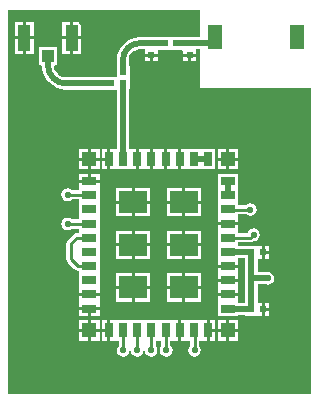
<source format=gtl>
%FSLAX25Y25*%
%MOIN*%
G70*
G01*
G75*
G04 Layer_Physical_Order=1*
G04 Layer_Color=255*
%ADD10C,0.01969*%
%ADD11R,0.04134X0.08661*%
%ADD12R,0.03937X0.04134*%
%ADD13R,0.05118X0.08071*%
%ADD14R,0.04724X0.02756*%
%ADD15R,0.04724X0.04724*%
%ADD16R,0.02756X0.04724*%
%ADD17R,0.09449X0.07480*%
%ADD18R,0.02362X0.01969*%
%ADD19R,0.01969X0.02362*%
%ADD20C,0.01000*%
%ADD21C,0.02200*%
G36*
X337697Y375645D02*
X332004D01*
Y375803D01*
X324098D01*
Y375645D01*
X321555D01*
X321555Y375645D01*
X317618D01*
X317588Y375639D01*
X316167Y375499D01*
X314772Y375076D01*
X313486Y374389D01*
X312358Y373464D01*
X311434Y372336D01*
X310746Y371050D01*
X310323Y369655D01*
X310183Y368234D01*
X310177Y368204D01*
Y366158D01*
X310024D01*
Y362417D01*
X306284D01*
Y362259D01*
X293169D01*
X293169Y362259D01*
D01*
Y362259D01*
D01*
D01*
Y362259D01*
D01*
D01*
X293169D01*
X293169D01*
X293169D01*
D01*
D01*
Y362259D01*
X293169Y362259D01*
X293169D01*
Y362259D01*
D01*
X293100Y362246D01*
X292143Y362372D01*
X291187Y362768D01*
X290366Y363398D01*
X289736Y364219D01*
X289340Y365175D01*
X289239Y365947D01*
X289568Y366323D01*
X290173D01*
Y372457D01*
X284236D01*
Y366323D01*
X284571D01*
X285182Y366201D01*
X285182Y366201D01*
X285182Y366201D01*
X285182Y366197D01*
X285335Y364643D01*
X285790Y363144D01*
X286528Y361763D01*
X287521Y360553D01*
X288732Y359560D01*
X290113Y358822D01*
X291611Y358367D01*
X293165Y358214D01*
X293169Y358213D01*
X306284D01*
Y358055D01*
X310197D01*
Y338362D01*
X307996D01*
Y335000D01*
Y331638D01*
X316445D01*
Y335000D01*
Y338362D01*
X314244D01*
Y358252D01*
X314386D01*
Y362189D01*
Y366158D01*
X314223D01*
Y368204D01*
X314212Y368259D01*
X314321Y369087D01*
X314662Y369911D01*
X315205Y370617D01*
X315912Y371160D01*
X316735Y371501D01*
X317564Y371610D01*
X317618Y371599D01*
X319374D01*
Y370185D01*
X323736D01*
Y371441D01*
X324098D01*
Y371441D01*
X332004D01*
D01*
X332004D01*
X332268Y371177D01*
Y370185D01*
X336630D01*
Y371599D01*
X337697D01*
Y358563D01*
X374902D01*
Y256594D01*
X273721D01*
Y384842D01*
X337697D01*
Y375645D01*
D02*
G37*
%LPC*%
G36*
X331996Y297024D02*
X326772D01*
Y292783D01*
X331996D01*
Y297024D01*
D02*
G37*
G36*
X321291D02*
X316067D01*
Y292783D01*
X321291D01*
Y297024D01*
D02*
G37*
G36*
X350425Y313043D02*
X343701D01*
Y311165D01*
Y306441D01*
Y301717D01*
Y299870D01*
X350425D01*
Y301717D01*
Y301977D01*
X352996D01*
Y287052D01*
X350780Y287041D01*
X350425Y287394D01*
Y287543D01*
Y289421D01*
X343701D01*
Y287543D01*
Y282819D01*
X350425D01*
Y282993D01*
X352789Y283005D01*
X353035Y282760D01*
Y282760D01*
X358457D01*
Y284941D01*
Y287122D01*
X357043D01*
Y293252D01*
X359840D01*
X360433Y293134D01*
X361252Y293297D01*
X361947Y293762D01*
X362411Y294456D01*
X362574Y295276D01*
X362411Y296095D01*
X361947Y296790D01*
X361252Y297254D01*
X360433Y297417D01*
X359840Y297299D01*
X357043D01*
Y301756D01*
X358457D01*
Y303937D01*
Y306118D01*
X353035D01*
Y306023D01*
X350425D01*
Y306441D01*
Y307290D01*
X354685D01*
X355270Y307406D01*
X355714Y307702D01*
X356528Y307864D01*
X357223Y308329D01*
X357687Y309023D01*
X357850Y309842D01*
X357687Y310662D01*
X357223Y311356D01*
X356528Y311821D01*
X355709Y311984D01*
X354889Y311821D01*
X354195Y311356D01*
X353731Y310662D01*
X353668Y310348D01*
X350425D01*
Y311165D01*
Y313043D01*
D02*
G37*
G36*
X338220Y297024D02*
X332996D01*
Y292783D01*
X338220D01*
Y297024D01*
D02*
G37*
G36*
X315067D02*
X309843D01*
Y292783D01*
X315067D01*
Y297024D01*
D02*
G37*
G36*
X338220Y291783D02*
X332996D01*
Y287543D01*
X338220D01*
Y291783D01*
D02*
G37*
G36*
X331996D02*
X326772D01*
Y287543D01*
X331996D01*
Y291783D01*
D02*
G37*
G36*
X321291D02*
X316067D01*
Y287543D01*
X321291D01*
Y291783D01*
D02*
G37*
G36*
X350425Y294146D02*
X343701D01*
Y292268D01*
Y290421D01*
X350425D01*
Y292268D01*
Y294146D01*
D02*
G37*
G36*
Y298870D02*
X343701D01*
Y296992D01*
Y295146D01*
X350425D01*
Y296992D01*
Y298870D01*
D02*
G37*
G36*
X315067Y311197D02*
X309843D01*
Y306957D01*
X315067D01*
Y311197D01*
D02*
G37*
G36*
X360941Y306118D02*
X359457D01*
Y304437D01*
X360941D01*
Y306118D01*
D02*
G37*
G36*
X331996Y311197D02*
X326772D01*
Y306957D01*
X331996D01*
Y311197D01*
D02*
G37*
G36*
X321291D02*
X316067D01*
Y306957D01*
X321291D01*
Y311197D01*
D02*
G37*
G36*
X360941Y303437D02*
X359457D01*
Y301756D01*
X360941D01*
Y303437D01*
D02*
G37*
G36*
X321291Y305957D02*
X316067D01*
Y301716D01*
X321291D01*
Y305957D01*
D02*
G37*
G36*
X315067D02*
X309843D01*
Y301716D01*
X315067D01*
Y305957D01*
D02*
G37*
G36*
X338220D02*
X332996D01*
Y301716D01*
X338220D01*
Y305957D01*
D02*
G37*
G36*
X331996D02*
X326772D01*
Y301716D01*
X331996D01*
Y305957D01*
D02*
G37*
G36*
X315067Y291783D02*
X309843D01*
Y287543D01*
X315067D01*
Y291783D01*
D02*
G37*
G36*
X346563Y277413D02*
X343701D01*
Y274551D01*
X346563D01*
Y277413D01*
D02*
G37*
G36*
X342945D02*
X341067D01*
Y274551D01*
X342945D01*
Y277413D01*
D02*
G37*
G36*
X300500Y281276D02*
X297638D01*
Y278413D01*
X300500D01*
Y281276D01*
D02*
G37*
G36*
X350425Y277413D02*
X347563D01*
Y274551D01*
X350425D01*
Y277413D01*
D02*
G37*
G36*
X306996D02*
X305118D01*
Y274551D01*
X306996D01*
Y277413D01*
D02*
G37*
G36*
X340067Y281276D02*
X331618D01*
Y277913D01*
Y274551D01*
X334494D01*
Y272849D01*
X334046Y272178D01*
X333882Y271358D01*
X334046Y270539D01*
X334510Y269844D01*
X335204Y269380D01*
X336024Y269217D01*
X336843Y269380D01*
X337538Y269844D01*
X338002Y270539D01*
X338165Y271358D01*
X338002Y272178D01*
X337553Y272849D01*
Y274551D01*
X340067D01*
Y277913D01*
Y281276D01*
D02*
G37*
G36*
X330618D02*
X307996D01*
Y277913D01*
Y274551D01*
X310691D01*
Y272849D01*
X310242Y272178D01*
X310079Y271358D01*
X310242Y270539D01*
X310706Y269844D01*
X311401Y269380D01*
X312220Y269217D01*
X313040Y269380D01*
X313734Y269844D01*
X314199Y270539D01*
X314333Y271213D01*
X314833D01*
X314967Y270539D01*
X315431Y269844D01*
X316125Y269380D01*
X316945Y269217D01*
X317764Y269380D01*
X318459Y269844D01*
X318923Y270539D01*
X318993Y270890D01*
X319493D01*
X319563Y270539D01*
X320027Y269844D01*
X320722Y269380D01*
X321541Y269217D01*
X322360Y269380D01*
X323055Y269844D01*
X323519Y270539D01*
X323682Y271358D01*
X323519Y272178D01*
X323070Y272849D01*
Y274551D01*
X324864D01*
Y272578D01*
X324597Y272178D01*
X324434Y271358D01*
X324597Y270539D01*
X325061Y269844D01*
X325755Y269380D01*
X326575Y269217D01*
X327394Y269380D01*
X328089Y269844D01*
X328553Y270539D01*
X328716Y271358D01*
X328553Y272178D01*
X328089Y272872D01*
X327923Y272983D01*
Y274551D01*
X330618D01*
Y277913D01*
Y281276D01*
D02*
G37*
G36*
X304362Y277413D02*
X301500D01*
Y274551D01*
X304362D01*
Y277413D01*
D02*
G37*
G36*
X300500D02*
X297638D01*
Y274551D01*
X300500D01*
Y277413D01*
D02*
G37*
G36*
X304362Y281276D02*
X301500D01*
Y278413D01*
X304362D01*
Y281276D01*
D02*
G37*
G36*
Y284697D02*
X301500D01*
Y282819D01*
X304362D01*
Y284697D01*
D02*
G37*
G36*
X300500D02*
X297638D01*
Y282819D01*
X300500D01*
Y284697D01*
D02*
G37*
G36*
X304362Y289421D02*
X297638D01*
Y287543D01*
Y285697D01*
X304362D01*
Y287543D01*
Y289421D01*
D02*
G37*
G36*
X360941Y287122D02*
X359457D01*
Y285441D01*
X360941D01*
Y287122D01*
D02*
G37*
G36*
Y284441D02*
X359457D01*
Y282760D01*
X360941D01*
Y284441D01*
D02*
G37*
G36*
X342945Y281276D02*
X341067D01*
Y278413D01*
X342945D01*
Y281276D01*
D02*
G37*
G36*
X306996D02*
X305118D01*
Y278413D01*
X306996D01*
Y281276D01*
D02*
G37*
G36*
X350425D02*
X347563D01*
Y278413D01*
X350425D01*
Y281276D01*
D02*
G37*
G36*
X346563D02*
X343701D01*
Y278413D01*
X346563D01*
Y281276D01*
D02*
G37*
G36*
X350425Y338362D02*
X347563D01*
Y335500D01*
X350425D01*
Y338362D01*
D02*
G37*
G36*
X346563D02*
X343701D01*
Y335500D01*
X346563D01*
Y338362D01*
D02*
G37*
G36*
X323736Y369185D02*
X322055D01*
Y367701D01*
X323736D01*
Y369185D01*
D02*
G37*
G36*
X321055D02*
X319374D01*
Y367701D01*
X321055D01*
Y369185D01*
D02*
G37*
G36*
X306996Y338362D02*
X305118D01*
Y335500D01*
X306996D01*
Y338362D01*
D02*
G37*
G36*
X350425Y334500D02*
X347563D01*
Y331638D01*
X350425D01*
Y334500D01*
D02*
G37*
G36*
X346563D02*
X343701D01*
Y331638D01*
X346563D01*
Y334500D01*
D02*
G37*
G36*
X304362Y338362D02*
X301500D01*
Y335500D01*
X304362D01*
Y338362D01*
D02*
G37*
G36*
X300500D02*
X297638D01*
Y335500D01*
X300500D01*
Y338362D01*
D02*
G37*
G36*
X333949Y369185D02*
X332268D01*
Y367701D01*
X333949D01*
Y369185D01*
D02*
G37*
G36*
X282398Y380725D02*
X279831D01*
Y375894D01*
X282398D01*
Y380725D01*
D02*
G37*
G36*
X278831D02*
X276264D01*
Y375894D01*
X278831D01*
Y380725D01*
D02*
G37*
G36*
X298146D02*
X295579D01*
Y375894D01*
X298146D01*
Y380725D01*
D02*
G37*
G36*
X294579D02*
X292012D01*
Y375894D01*
X294579D01*
Y380725D01*
D02*
G37*
G36*
X298146Y374894D02*
X295579D01*
Y370063D01*
X298146D01*
Y374894D01*
D02*
G37*
G36*
X278831D02*
X276264D01*
Y370063D01*
X278831D01*
Y374894D01*
D02*
G37*
G36*
X336630Y369185D02*
X334949D01*
Y367701D01*
X336630D01*
Y369185D01*
D02*
G37*
G36*
X294579Y374894D02*
X292012D01*
Y370063D01*
X294579D01*
Y374894D01*
D02*
G37*
G36*
X282398D02*
X279831D01*
Y370063D01*
X282398D01*
Y374894D01*
D02*
G37*
G36*
X342945Y338362D02*
X331618D01*
Y335000D01*
Y331638D01*
X342945D01*
Y338362D01*
D02*
G37*
G36*
X315067Y325370D02*
X309843D01*
Y321130D01*
X315067D01*
Y325370D01*
D02*
G37*
G36*
X350425Y330095D02*
X343701D01*
Y325339D01*
Y320614D01*
Y315890D01*
Y314043D01*
X350425D01*
Y315890D01*
Y316679D01*
X353135D01*
X353807Y316231D01*
X354626Y316068D01*
X355445Y316231D01*
X356140Y316695D01*
X356604Y317389D01*
X356767Y318209D01*
X356604Y319028D01*
X356140Y319723D01*
X355445Y320187D01*
X354626Y320350D01*
X353807Y320187D01*
X353135Y319738D01*
X350425D01*
Y320614D01*
Y325339D01*
Y330095D01*
D02*
G37*
G36*
X331996Y325370D02*
X326772D01*
Y321130D01*
X331996D01*
Y325370D01*
D02*
G37*
G36*
X321291D02*
X316067D01*
Y321130D01*
X321291D01*
Y325370D01*
D02*
G37*
G36*
X338220Y320130D02*
X332996D01*
Y315890D01*
X338220D01*
Y320130D01*
D02*
G37*
G36*
X315067D02*
X309843D01*
Y315890D01*
X315067D01*
Y320130D01*
D02*
G37*
G36*
X338220Y311197D02*
X332996D01*
Y306957D01*
X338220D01*
Y311197D01*
D02*
G37*
G36*
X331996Y320130D02*
X326772D01*
Y315890D01*
X331996D01*
Y320130D01*
D02*
G37*
G36*
X321291D02*
X316067D01*
Y315890D01*
X321291D01*
Y320130D01*
D02*
G37*
G36*
X338220Y325370D02*
X332996D01*
Y321130D01*
X338220D01*
Y325370D01*
D02*
G37*
G36*
X321169Y338362D02*
X317445D01*
Y335000D01*
Y331638D01*
X321169D01*
Y335000D01*
Y338362D01*
D02*
G37*
G36*
X306996Y334500D02*
X305118D01*
Y331638D01*
X306996D01*
Y334500D01*
D02*
G37*
G36*
X330618Y338362D02*
X326894D01*
Y335000D01*
Y331638D01*
X330618D01*
Y335000D01*
Y338362D01*
D02*
G37*
G36*
X325894D02*
X322169D01*
Y335000D01*
Y331638D01*
X325894D01*
Y335000D01*
Y338362D01*
D02*
G37*
G36*
X304362Y334500D02*
X301500D01*
Y331638D01*
X304362D01*
Y334500D01*
D02*
G37*
G36*
X300500Y330095D02*
X297638D01*
Y328217D01*
X300500D01*
Y330095D01*
D02*
G37*
G36*
X304362Y327217D02*
X297638D01*
Y325339D01*
Y324659D01*
X295192D01*
X294520Y325108D01*
X293701Y325271D01*
X292881Y325108D01*
X292187Y324644D01*
X291723Y323949D01*
X291560Y323130D01*
X291723Y322310D01*
X292187Y321616D01*
X292881Y321152D01*
X293701Y320989D01*
X294520Y321152D01*
X295192Y321601D01*
X297638D01*
Y320614D01*
Y315890D01*
Y314915D01*
X295192D01*
X294520Y315364D01*
X293701Y315527D01*
X292881Y315364D01*
X292187Y314900D01*
X291723Y314205D01*
X291560Y313386D01*
X291723Y312566D01*
X292187Y311872D01*
X292881Y311408D01*
X293701Y311245D01*
X294520Y311408D01*
X295192Y311856D01*
X297638D01*
Y311165D01*
Y310348D01*
X296811D01*
X296226Y310232D01*
X295730Y309900D01*
X293800Y307971D01*
X293469Y307475D01*
X293353Y306890D01*
Y301575D01*
X293469Y300990D01*
X293800Y300493D01*
X296005Y298289D01*
X296005D01*
X296005Y298288D01*
X296005D01*
X296005Y298288D01*
Y298288D01*
X296005Y298288D01*
Y298288D01*
X296501Y297957D01*
X297087Y297841D01*
X297638D01*
Y296992D01*
Y292268D01*
Y290421D01*
X304362D01*
Y292268D01*
Y296992D01*
Y301716D01*
Y306441D01*
Y311165D01*
Y315890D01*
Y320614D01*
Y325339D01*
Y327217D01*
D02*
G37*
G36*
X300500Y334500D02*
X297638D01*
Y331638D01*
X300500D01*
Y334500D01*
D02*
G37*
G36*
X304362Y330095D02*
X301500D01*
Y328217D01*
X304362D01*
Y330095D01*
D02*
G37*
%LPD*%
D10*
X317618Y373622D02*
G03*
X312200Y368204I0J-5418D01*
G01*
X287205Y366201D02*
G03*
X293169Y360236I5965J0D01*
G01*
X287205Y366201D02*
G03*
X293169Y360236I5965J0D01*
G01*
X347260Y285000D02*
X355020D01*
Y303937D01*
X355118Y295276D02*
X360433D01*
X347157Y304000D02*
X355020D01*
X321555Y373622D02*
X326083D01*
X317618Y373622D02*
X321555D01*
X293169Y360236D02*
X308268D01*
X312220Y335000D02*
Y360315D01*
X312200Y364173D02*
Y368204D01*
X347063Y322992D02*
Y327717D01*
X335843Y335000D02*
X340567D01*
X287205Y366201D02*
Y369390D01*
X334449Y373622D02*
X343012D01*
X330020D02*
X334449D01*
D11*
X279331Y375394D02*
D03*
X295079D02*
D03*
D12*
X287205Y369390D02*
D03*
D13*
X370177Y375689D02*
D03*
X343012D02*
D03*
D14*
X301000Y327717D02*
D03*
Y322992D02*
D03*
Y318268D02*
D03*
Y313543D02*
D03*
Y308819D02*
D03*
Y304094D02*
D03*
Y299370D02*
D03*
Y294646D02*
D03*
Y289921D02*
D03*
Y285197D02*
D03*
X347063D02*
D03*
Y289921D02*
D03*
Y294646D02*
D03*
Y299370D02*
D03*
Y304095D02*
D03*
Y308819D02*
D03*
Y313543D02*
D03*
Y318268D02*
D03*
Y322992D02*
D03*
Y327717D02*
D03*
D15*
X301000Y277913D02*
D03*
X347063D02*
D03*
Y335000D02*
D03*
X301000D02*
D03*
D16*
X307496Y277913D02*
D03*
X312220D02*
D03*
X316945D02*
D03*
X321669D02*
D03*
X326394D02*
D03*
X331118D02*
D03*
X335843D02*
D03*
X340567D02*
D03*
X307496Y335000D02*
D03*
X312220D02*
D03*
X316945D02*
D03*
X321669D02*
D03*
X326394D02*
D03*
X331118D02*
D03*
X335843D02*
D03*
X340567D02*
D03*
D17*
X315567Y320630D02*
D03*
X332496D02*
D03*
Y306457D02*
D03*
X315567D02*
D03*
X332496Y292283D02*
D03*
X315567D02*
D03*
D18*
X321555Y373622D02*
D03*
Y369685D02*
D03*
X334449Y373622D02*
D03*
Y369685D02*
D03*
X312205Y364173D02*
D03*
Y360236D02*
D03*
D19*
X326083Y373622D02*
D03*
X330020D02*
D03*
X355020Y284941D02*
D03*
X358957D02*
D03*
X355020Y303937D02*
D03*
X358957D02*
D03*
X312205Y360236D02*
D03*
X308268D02*
D03*
D20*
X347063Y308819D02*
X354685D01*
X355709Y309842D01*
X347342Y318209D02*
X354626D01*
X326394Y271834D02*
Y277913D01*
Y271834D02*
X326575Y271654D01*
X312220Y271358D02*
Y277913D01*
X321541Y271358D02*
Y277785D01*
X316945Y271358D02*
Y277913D01*
X336024Y271358D02*
Y277732D01*
X297087Y299370D02*
X301000D01*
X294882Y301575D02*
X297087Y299370D01*
X294882Y301575D02*
Y306890D01*
X296811Y308819D01*
X301000D01*
X293701Y313386D02*
X300842D01*
X293701Y323130D02*
X300862D01*
D21*
X323917Y351969D02*
D03*
X330315Y365453D02*
D03*
X306988Y380413D02*
D03*
X369882Y270177D02*
D03*
X280020Y336417D02*
D03*
X368209Y303543D02*
D03*
X369980Y319783D02*
D03*
X367421Y287008D02*
D03*
X276870Y269488D02*
D03*
X278150Y286910D02*
D03*
X279134Y303150D02*
D03*
X280020Y319783D02*
D03*
X307579Y285138D02*
D03*
X307087Y299606D02*
D03*
X307382Y313386D02*
D03*
X324606Y328051D02*
D03*
X340158Y328642D02*
D03*
Y314075D02*
D03*
Y298917D02*
D03*
X340748Y284547D02*
D03*
X323425Y283661D02*
D03*
X323622Y299803D02*
D03*
X323917Y313386D02*
D03*
X368307Y336516D02*
D03*
X357382Y325787D02*
D03*
X355709Y309842D02*
D03*
X360433Y295276D02*
D03*
X355413Y275984D02*
D03*
X355118Y266634D02*
D03*
X359252Y259547D02*
D03*
X333268Y259350D02*
D03*
X314961Y261024D02*
D03*
X291142Y261614D02*
D03*
X288189Y276279D02*
D03*
X291634Y285531D02*
D03*
X288189Y295965D02*
D03*
X292028Y306201D02*
D03*
X298622Y380807D02*
D03*
X301181Y371850D02*
D03*
X326969Y359252D02*
D03*
X357874Y346358D02*
D03*
X335630Y344390D02*
D03*
X291240Y333366D02*
D03*
X291437Y344980D02*
D03*
X287008Y381398D02*
D03*
X279724Y355807D02*
D03*
X334744Y382579D02*
D03*
X354626Y318209D02*
D03*
X284941Y374705D02*
D03*
X372146Y355118D02*
D03*
X366847D02*
D03*
X361549D02*
D03*
X356250D02*
D03*
X350952D02*
D03*
X345653D02*
D03*
X340354D02*
D03*
X335827Y356594D02*
D03*
X335138Y361024D02*
D03*
X335039Y365354D02*
D03*
X327854Y369488D02*
D03*
X321457Y365748D02*
D03*
X317126Y369291D02*
D03*
X316339Y365158D02*
D03*
Y360335D02*
D03*
Y355512D02*
D03*
X316240Y350590D02*
D03*
Y345571D02*
D03*
X316142Y340453D02*
D03*
X316634Y329626D02*
D03*
X312303Y329724D02*
D03*
X307972Y329626D02*
D03*
X334646Y377854D02*
D03*
X330020Y377953D02*
D03*
X324902D02*
D03*
X319193D02*
D03*
X313878Y377461D02*
D03*
X310039Y374508D02*
D03*
X307972Y369783D02*
D03*
Y364469D02*
D03*
X302854Y364370D02*
D03*
X297441D02*
D03*
X292717Y367323D02*
D03*
X289469Y374803D02*
D03*
X281988Y367224D02*
D03*
X283760Y361319D02*
D03*
X287205Y357382D02*
D03*
X292618Y355906D02*
D03*
X298622D02*
D03*
X303642Y356004D02*
D03*
X308071Y355610D02*
D03*
X308366Y350590D02*
D03*
X308268Y345571D02*
D03*
Y340453D02*
D03*
X312220Y271358D02*
D03*
X316945D02*
D03*
X321541D02*
D03*
X326575D02*
D03*
X336024D02*
D03*
X293701Y313386D02*
D03*
Y323130D02*
D03*
M02*

</source>
